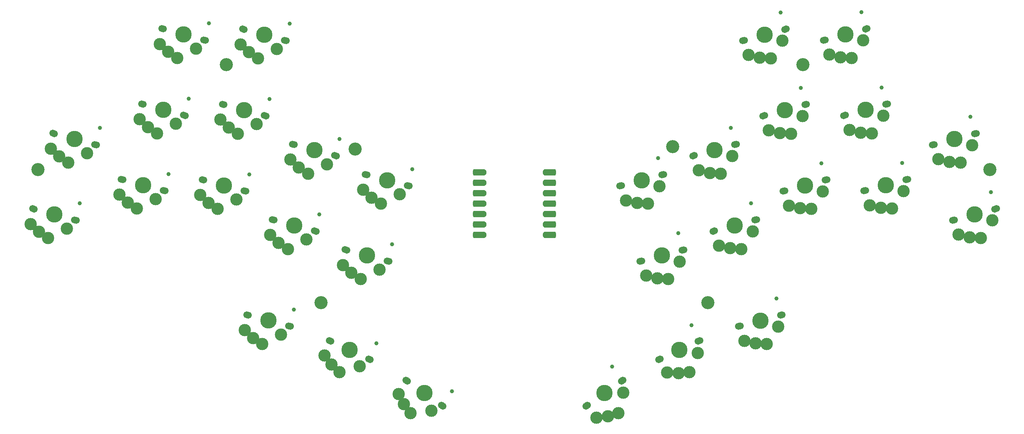
<source format=gbr>
%TF.GenerationSoftware,KiCad,Pcbnew,(6.0.0)*%
%TF.CreationDate,2022-07-16T11:14:53-07:00*%
%TF.ProjectId,greenthumb,67726565-6e74-4687-956d-622e6b696361,rev?*%
%TF.SameCoordinates,Original*%
%TF.FileFunction,Soldermask,Top*%
%TF.FilePolarity,Negative*%
%FSLAX46Y46*%
G04 Gerber Fmt 4.6, Leading zero omitted, Abs format (unit mm)*
G04 Created by KiCad (PCBNEW (6.0.0)) date 2022-07-16 11:14:53*
%MOMM*%
%LPD*%
G01*
G04 APERTURE LIST*
G04 Aperture macros list*
%AMRoundRect*
0 Rectangle with rounded corners*
0 $1 Rounding radius*
0 $2 $3 $4 $5 $6 $7 $8 $9 X,Y pos of 4 corners*
0 Add a 4 corners polygon primitive as box body*
4,1,4,$2,$3,$4,$5,$6,$7,$8,$9,$2,$3,0*
0 Add four circle primitives for the rounded corners*
1,1,$1+$1,$2,$3*
1,1,$1+$1,$4,$5*
1,1,$1+$1,$6,$7*
1,1,$1+$1,$8,$9*
0 Add four rect primitives between the rounded corners*
20,1,$1+$1,$2,$3,$4,$5,0*
20,1,$1+$1,$4,$5,$6,$7,0*
20,1,$1+$1,$6,$7,$8,$9,0*
20,1,$1+$1,$8,$9,$2,$3,0*%
G04 Aperture macros list end*
%ADD10C,3.429000*%
%ADD11C,1.701800*%
%ADD12C,3.000000*%
%ADD13C,0.990600*%
%ADD14C,3.987800*%
%ADD15C,3.200000*%
%ADD16C,1.600000*%
%ADD17RoundRect,0.400000X-1.100000X-0.400000X1.100000X-0.400000X1.100000X0.400000X-1.100000X0.400000X0*%
G04 APERTURE END LIST*
D10*
%TO.C,SW22*%
X58629754Y-74300164D03*
D11*
X53722851Y-72985363D03*
D12*
X52829553Y-76628291D03*
D13*
X64758927Y-71594311D03*
D12*
X57089781Y-80047423D03*
D11*
X63536657Y-75614965D03*
X53317162Y-72876659D03*
D14*
X58629754Y-74300164D03*
D12*
X61652531Y-77739716D03*
D11*
X63942346Y-75723669D03*
D12*
X54861502Y-78549667D03*
%TD*%
%TO.C,SW33*%
X85355026Y-111567003D03*
D11*
X94435870Y-108741005D03*
D13*
X95252451Y-104611647D03*
D14*
X89123278Y-107317500D03*
D11*
X84216375Y-106002699D03*
D10*
X89123278Y-107317500D03*
D11*
X83810686Y-105893995D03*
D12*
X87583305Y-113064759D03*
X92146055Y-110757052D03*
X83323077Y-109645627D03*
D11*
X94030181Y-108632301D03*
%TD*%
%TO.C,SW23*%
X83589023Y-75811597D03*
D12*
X72476230Y-76716219D03*
D13*
X84405604Y-71682239D03*
D11*
X72963839Y-72964587D03*
D12*
X74508179Y-78637595D03*
X76736458Y-80135351D03*
X81299208Y-77827644D03*
D11*
X83183334Y-75702893D03*
D10*
X78276431Y-74388092D03*
D14*
X78276431Y-74388092D03*
D11*
X73369528Y-73073291D03*
%TD*%
%TO.C,SW35*%
X131204646Y-127913697D03*
X122882062Y-122086161D03*
D13*
X133728349Y-124553559D03*
D12*
X120796682Y-125203867D03*
X122048940Y-127704337D03*
X128707439Y-129265901D03*
D11*
X131548690Y-128154599D03*
D12*
X123630574Y-129873884D03*
D11*
X122538018Y-121845259D03*
D10*
X127043354Y-124999929D03*
D14*
X127043354Y-124999929D03*
%TD*%
D12*
%TO.C,SW25*%
X116063257Y-94907212D03*
D10*
X113040480Y-91467660D03*
D14*
X113040480Y-91467660D03*
D12*
X107240279Y-93795787D03*
D11*
X117947383Y-92782461D03*
D12*
X109272228Y-95717163D03*
D11*
X107727888Y-90044155D03*
D13*
X119169653Y-88761807D03*
D11*
X108133577Y-90152859D03*
X118353072Y-92891165D03*
D12*
X111500507Y-97214919D03*
%TD*%
D14*
%TO.C,SW21*%
X37041926Y-81456671D03*
D12*
X33273674Y-85706174D03*
D11*
X31729334Y-80033166D03*
D12*
X40064703Y-84896223D03*
D11*
X42354518Y-82880176D03*
D13*
X43171099Y-78750818D03*
D12*
X35501953Y-87203930D03*
X31241725Y-83784798D03*
D11*
X32135023Y-80141870D03*
D10*
X37041926Y-81456671D03*
D11*
X41948829Y-82771472D03*
%TD*%
D12*
%TO.C,SW14*%
X98712524Y-71529953D03*
D14*
X100252497Y-65782694D03*
D11*
X105565089Y-67206199D03*
D13*
X106381670Y-63076841D03*
D10*
X100252497Y-65782694D03*
D12*
X94452296Y-68110821D03*
D11*
X105159400Y-67097495D03*
D12*
X96484245Y-70032197D03*
D11*
X95345594Y-64467893D03*
X94939905Y-64359189D03*
D12*
X103275274Y-69222246D03*
%TD*%
D11*
%TO.C,SW34*%
X113841513Y-116824328D03*
X113460864Y-116646829D03*
X104252776Y-112353027D03*
D13*
X115362743Y-112899503D03*
D12*
X102740463Y-115785491D03*
X104407897Y-118030521D03*
X106342241Y-119892459D03*
D11*
X103872127Y-112175528D03*
D14*
X108856820Y-114499928D03*
D12*
X111236402Y-118412125D03*
D10*
X108856820Y-114499928D03*
%TD*%
D12*
%TO.C,SW24*%
X91566681Y-88384783D03*
D11*
X100241836Y-85450081D03*
D12*
X93794960Y-89882539D03*
X89534732Y-86463407D03*
D11*
X90022341Y-82711775D03*
X90428030Y-82820479D03*
D10*
X95334933Y-84135280D03*
D13*
X101464106Y-81429427D03*
D12*
X98357710Y-87574832D03*
D11*
X100647525Y-85558785D03*
D14*
X95334933Y-84135280D03*
%TD*%
D12*
%TO.C,SW12*%
X62007341Y-61694828D03*
D13*
X69676487Y-53241716D03*
D11*
X58234722Y-54524064D03*
D12*
X57747113Y-58275696D03*
D14*
X63547314Y-55947569D03*
D11*
X58640411Y-54632768D03*
X68454217Y-57262370D03*
D12*
X59779062Y-60197072D03*
D10*
X63547314Y-55947569D03*
D12*
X66570091Y-59387121D03*
D11*
X68859906Y-57371074D03*
%TD*%
%TO.C,SW3*%
X83204658Y-36368106D03*
D12*
X91134338Y-41122459D03*
D11*
X93424153Y-39106412D03*
D10*
X88111561Y-37682907D03*
D12*
X86571588Y-43430166D03*
X84343309Y-41932410D03*
D11*
X82798969Y-36259402D03*
X93018464Y-38997708D03*
D13*
X94240734Y-34977054D03*
D12*
X82311360Y-40011034D03*
D14*
X88111561Y-37682907D03*
%TD*%
D11*
%TO.C,SW15*%
X123270632Y-74538575D03*
D14*
X117958040Y-73115070D03*
D13*
X124087213Y-70409217D03*
D12*
X112157839Y-75443197D03*
X120980817Y-76554622D03*
D11*
X112645448Y-71691565D03*
X113051137Y-71800269D03*
D10*
X117958040Y-73115070D03*
D12*
X116418067Y-78862329D03*
D11*
X122864943Y-74429871D03*
D12*
X114189788Y-77364573D03*
%TD*%
%TO.C,SW13*%
X79425744Y-60284999D03*
D11*
X88506588Y-57459001D03*
X77881404Y-54611991D03*
D12*
X81654023Y-61782755D03*
D13*
X89323169Y-53329643D03*
D10*
X83193996Y-56035496D03*
D12*
X77393795Y-58363623D03*
D14*
X83193996Y-56035496D03*
D11*
X88100899Y-57350297D03*
X78287093Y-54720695D03*
D12*
X86216773Y-59475048D03*
%TD*%
D11*
%TO.C,SW2*%
X63557973Y-36280186D03*
D10*
X68464876Y-37594987D03*
D12*
X66924903Y-43342246D03*
X64696624Y-41844490D03*
X71487653Y-41034539D03*
D13*
X74594049Y-34889134D03*
D11*
X63152284Y-36171482D03*
D14*
X68464876Y-37594987D03*
D11*
X73371779Y-38909788D03*
X73777468Y-39018492D03*
D12*
X62664675Y-39923114D03*
%TD*%
D10*
%TO.C,SW11*%
X41959489Y-63104078D03*
D12*
X36159288Y-65432205D03*
X40419516Y-68851337D03*
X38191237Y-67353581D03*
D11*
X47272081Y-64527583D03*
D13*
X48088662Y-60398225D03*
D11*
X46866392Y-64418879D03*
D14*
X41959489Y-63104078D03*
D11*
X36646897Y-61680573D03*
X37052586Y-61789277D03*
D12*
X44982266Y-66543630D03*
%TD*%
%TO.C,SW36*%
X175355905Y-124897518D03*
X171611174Y-130620375D03*
D10*
X170778052Y-125002198D03*
D11*
X174939344Y-122088430D03*
X166616760Y-127915966D03*
D14*
X170778052Y-125002198D03*
D11*
X166272716Y-128156868D03*
D12*
X174190832Y-129876153D03*
X168833203Y-130941900D03*
D11*
X175283388Y-121847528D03*
D13*
X172645005Y-118567690D03*
%TD*%
%TO.C,SW29*%
X243146745Y-68894514D03*
D11*
X234284749Y-75617239D03*
D10*
X239191652Y-74302438D03*
D11*
X244504244Y-72878933D03*
D14*
X239191652Y-74302438D03*
D11*
X233879060Y-75725943D03*
D12*
X243529230Y-75769789D03*
X238053001Y-79866742D03*
X235332594Y-79218755D03*
D11*
X244098555Y-72987637D03*
D12*
X240731625Y-80049697D03*
%TD*%
D14*
%TO.C,SW37*%
X188964587Y-114502198D03*
D11*
X183979894Y-116826598D03*
X184360543Y-116649099D03*
X193949280Y-112177798D03*
D12*
X188809466Y-120179692D03*
X191479166Y-119894729D03*
D13*
X191920517Y-108489638D03*
D11*
X193568631Y-112355297D03*
D10*
X188964587Y-114502198D03*
D12*
X193491070Y-115194044D03*
X186017867Y-120013944D03*
%TD*%
D11*
%TO.C,SW38*%
X213605029Y-106004977D03*
X203385534Y-108743283D03*
X214010718Y-105896273D03*
D12*
X207559475Y-112884082D03*
X213035704Y-108787129D03*
X210238099Y-113067037D03*
D11*
X203791223Y-108634579D03*
D14*
X208698126Y-107319778D03*
D10*
X208698126Y-107319778D03*
D12*
X204839068Y-112236095D03*
D13*
X212653219Y-101911854D03*
%TD*%
D12*
%TO.C,SW30*%
X265117061Y-82926301D03*
D11*
X265686386Y-80144149D03*
D10*
X260779483Y-81458950D03*
D13*
X264734576Y-76051026D03*
D11*
X266092075Y-80035445D03*
X255466891Y-82882455D03*
X255872580Y-82773751D03*
D12*
X256920425Y-86375267D03*
X259640832Y-87023254D03*
D14*
X260779483Y-81458950D03*
D12*
X262319456Y-87206209D03*
%TD*%
%TO.C,SW26*%
X186320901Y-97217196D03*
D11*
X179468336Y-92893442D03*
X190093520Y-90046432D03*
X189687831Y-90155136D03*
D12*
X180921870Y-96386254D03*
D11*
X179874025Y-92784738D03*
D14*
X184780928Y-91469937D03*
D13*
X188736021Y-86062013D03*
D12*
X189118506Y-92937288D03*
X183642277Y-97034241D03*
D10*
X184780928Y-91469937D03*
%TD*%
D12*
%TO.C,SW27*%
X201347822Y-89701863D03*
X206824051Y-85604910D03*
D13*
X206441566Y-78729635D03*
D14*
X202486473Y-84137559D03*
D11*
X197173881Y-85561064D03*
X197579570Y-85452360D03*
D10*
X202486473Y-84137559D03*
D11*
X207799065Y-82714054D03*
X207393376Y-82822758D03*
D12*
X198627415Y-89053876D03*
X204026446Y-89884818D03*
%TD*%
D11*
%TO.C,SW28*%
X214232375Y-75813871D03*
D14*
X219544967Y-74390366D03*
D11*
X224857559Y-72966861D03*
D12*
X215685909Y-79306683D03*
X221084940Y-80137625D03*
D11*
X224451870Y-73075565D03*
D10*
X219544967Y-74390366D03*
D13*
X223500060Y-68982442D03*
D12*
X223882545Y-75857717D03*
X218406316Y-79954670D03*
D11*
X214638064Y-75705167D03*
%TD*%
%TO.C,SW20*%
X250549320Y-64529861D03*
X260768815Y-61791555D03*
X261174504Y-61682851D03*
D13*
X259817005Y-57698432D03*
D12*
X252002854Y-68022673D03*
D10*
X255861912Y-63106356D03*
D12*
X257401885Y-68853615D03*
D11*
X250955009Y-64421157D03*
D12*
X260199490Y-64573707D03*
X254723261Y-68670660D03*
D14*
X255861912Y-63106356D03*
%TD*%
D11*
%TO.C,SW9*%
X224449626Y-38912057D03*
X234263432Y-36282455D03*
D12*
X228217878Y-43161560D03*
X230896502Y-43344515D03*
D14*
X229356529Y-37597256D03*
D11*
X234669121Y-36173751D03*
D13*
X233311622Y-32189332D03*
D12*
X233694107Y-39064607D03*
X225497471Y-42513573D03*
D11*
X224043937Y-39020761D03*
D10*
X229356529Y-37597256D03*
%TD*%
D14*
%TO.C,SW8*%
X209709840Y-37685191D03*
D12*
X211249813Y-43432450D03*
D11*
X215022432Y-36261686D03*
D12*
X214047418Y-39152542D03*
D10*
X209709840Y-37685191D03*
D11*
X214616743Y-36370390D03*
D12*
X208571189Y-43249495D03*
D11*
X204802937Y-38999992D03*
D12*
X205850782Y-42601508D03*
D13*
X213664933Y-32277267D03*
D11*
X204397248Y-39108696D03*
%TD*%
D12*
%TO.C,SW16*%
X178724719Y-78681655D03*
D11*
X184770273Y-71802550D03*
D12*
X184200948Y-74584702D03*
D14*
X179863370Y-73117351D03*
D11*
X185175962Y-71693846D03*
X174956467Y-74432152D03*
D13*
X183818463Y-67709427D03*
D12*
X176004312Y-78033668D03*
D10*
X179863370Y-73117351D03*
D12*
X181403343Y-78864610D03*
D11*
X174550778Y-74540856D03*
%TD*%
D13*
%TO.C,SW19*%
X238229180Y-50541927D03*
D12*
X235814060Y-61697110D03*
X230415029Y-60866168D03*
D14*
X234274087Y-55949851D03*
D11*
X229367184Y-57264652D03*
X228961495Y-57373356D03*
D12*
X233135436Y-61514155D03*
D11*
X239586679Y-54526346D03*
X239180990Y-54635050D03*
D12*
X238611665Y-57417202D03*
D10*
X234274087Y-55949851D03*
%TD*%
D11*
%TO.C,SW17*%
X202475808Y-64470173D03*
X192256313Y-67208479D03*
D10*
X197568905Y-65784974D03*
D14*
X197568905Y-65784974D03*
D12*
X201906483Y-67252325D03*
D11*
X202881497Y-64361469D03*
D12*
X199108878Y-71532233D03*
X196430254Y-71349278D03*
D13*
X201523998Y-60377050D03*
D12*
X193709847Y-70701291D03*
D11*
X192662002Y-67099775D03*
%TD*%
D10*
%TO.C,SW18*%
X214627404Y-56037780D03*
D11*
X209720501Y-57352581D03*
D12*
X213488753Y-61602084D03*
D13*
X218582497Y-50629856D03*
D11*
X209314812Y-57461285D03*
D12*
X218964982Y-57505131D03*
X210768346Y-60954097D03*
X216167377Y-61785039D03*
D14*
X214627404Y-56037780D03*
D11*
X219939996Y-54614275D03*
X219534307Y-54722979D03*
%TD*%
D15*
%TO.C,*%
X78847312Y-45002739D03*
%TD*%
%TO.C,*%
X187405575Y-64917826D03*
%TD*%
%TO.C,*%
X110145571Y-65527825D03*
%TD*%
%TO.C,*%
X195925568Y-102977826D03*
%TD*%
%TO.C,*%
X33047310Y-70502739D03*
%TD*%
%TO.C,*%
X264547314Y-70502740D03*
%TD*%
%TO.C,*%
X219047310Y-45002742D03*
%TD*%
%TO.C,*%
X101885570Y-102927824D03*
%TD*%
D16*
%TO.C,M1*%
X141299814Y-71239742D03*
D17*
X140299814Y-71239742D03*
X140299814Y-73779742D03*
D16*
X141299814Y-73779742D03*
D17*
X140299814Y-76319742D03*
D16*
X141299814Y-76319742D03*
D17*
X140299814Y-78859742D03*
D16*
X141299814Y-78859742D03*
D17*
X140299814Y-81399742D03*
D16*
X141299814Y-81399742D03*
D17*
X140299814Y-83939742D03*
D16*
X141299814Y-83939742D03*
D17*
X140299814Y-86479742D03*
D16*
X141299814Y-86479742D03*
D17*
X157534814Y-86479742D03*
D16*
X156534814Y-86479742D03*
X156534814Y-83939742D03*
D17*
X157534814Y-83939742D03*
X157534814Y-81399742D03*
D16*
X156534814Y-81399742D03*
X156534814Y-78859742D03*
D17*
X157534814Y-78859742D03*
X157534814Y-76319742D03*
D16*
X156534814Y-76319742D03*
D17*
X157534814Y-73779742D03*
D16*
X156534814Y-73779742D03*
D17*
X157534814Y-71239742D03*
D16*
X156534814Y-71239742D03*
%TD*%
M02*

</source>
